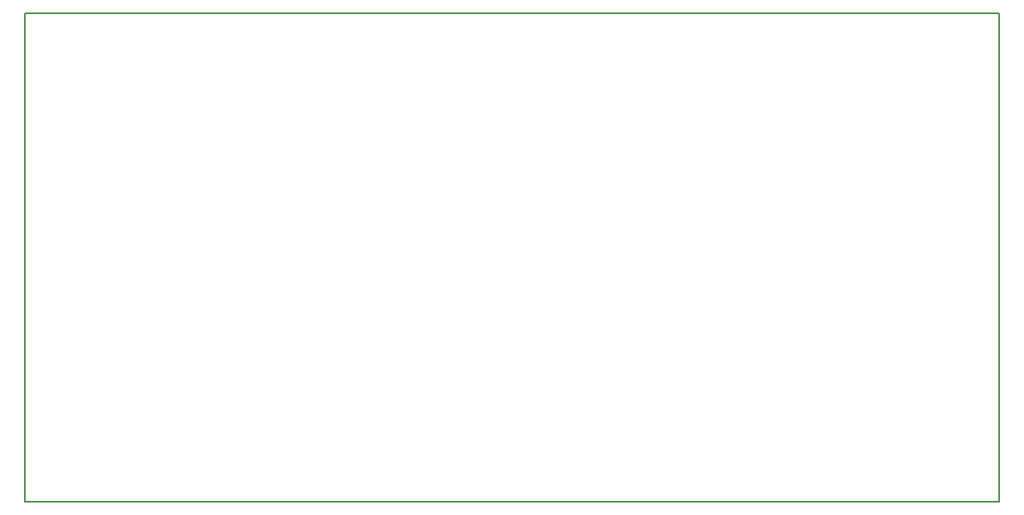
<source format=gm1>
G04 #@! TF.FileFunction,Profile,NP*
%FSLAX46Y46*%
G04 Gerber Fmt 4.6, Leading zero omitted, Abs format (unit mm)*
G04 Created by KiCad (PCBNEW 4.0.0-stable) date 2/11/2016 12:20:55 PM*
%MOMM*%
G01*
G04 APERTURE LIST*
%ADD10C,0.100000*%
%ADD11C,0.150000*%
G04 APERTURE END LIST*
D10*
D11*
X0Y-50000000D02*
X99500000Y-50000000D01*
X0Y0D02*
X99500000Y0D01*
X99500000Y0D02*
X99500000Y-50000000D01*
X0Y-50000000D02*
X0Y0D01*
M02*

</source>
